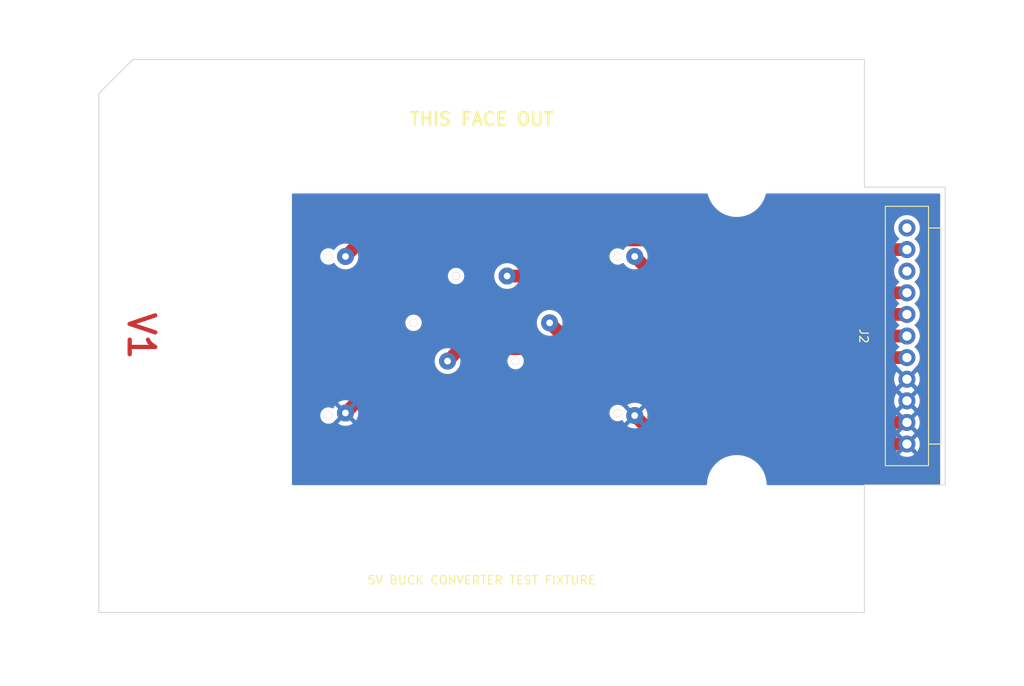
<source format=kicad_pcb>
(kicad_pcb (version 20241229) (generator "pcbnew") (generator_version "9.0")
  (layers (0 "F.Cu" signal) (2 "B.Cu" signal) (13 "F.Paste" user) (15 "B.Paste" user) (5 "F.SilkS" user "F.Silkscreen") (7 "B.SilkS" user "B.Silkscreen") (1 "F.Mask" user) (3 "B.Mask" user) (25 "Edge.Cuts" user))
  (net 0 "")
  (net 1 "Net-(J1-Pad2)")
  (net 2 "Net-(J1-Pad4)")
  (net 3 "Net-(J1-Pad5)")
  (net 11 "VCC")
  (net 12 "+5V")
  (net 13 "GND")
  (footprint "Buck Converter Tester:705430010" (layer "F.Cu") (at 165 95.5 -90)
    (property "Reference" "J2" (at 0 5.08 270) (layer "F.SilkS"))
    (property "Value" "Conn_01x11_Male")
    (fp_rect (start -15.245 -2.54) (end 15.245 2.54) (stroke (width 0.12)) (fill no) (layer "F.SilkS"))
    (fp_rect (start -12.7 -2.54) (end 12.7 -4.06) (stroke (width 0.12)) (fill no) (layer "F.SilkS"))
    (pad "1" thru_hole circle (at -12.7 0 270) (size 2 2) (drill 1.09) (layers "*.Cu" "*.Mask") (net 11 "VCC"))
    (pad "2" thru_hole circle (at -10.16 0 270) (size 2 2) (drill 1.09) (layers "*.Cu" "*.Mask") (net 11 "VCC"))
    (pad "3" thru_hole circle (at -7.62 0 270) (size 2 2) (drill 1.09) (layers "*.Cu" "*.Mask") (net 12 "+5V"))
    (pad "4" thru_hole circle (at -5.08 0 270) (size 2 2) (drill 1.09) (layers "*.Cu" "*.Mask") (net 12 "+5V"))
    (pad "5" thru_hole circle (at -2.54 0 270) (size 2 2) (drill 1.09) (layers "*.Cu" "*.Mask") (net 1 "Net-(J1-Pad2)"))
    (pad "6" thru_hole circle (at 0 0 270) (size 2 2) (drill 1.09) (layers "*.Cu" "*.Mask") (net 2 "Net-(J1-Pad4)"))
    (pad "7" thru_hole circle (at 2.54 0 270) (size 2 2) (drill 1.09) (layers "*.Cu" "*.Mask") (net 3 "Net-(J1-Pad5)"))
    (pad "8" thru_hole circle (at 5.08 0 270) (size 2 2) (drill 1.09) (layers "*.Cu" "*.Mask") (net 13 "GND"))
    (pad "9" thru_hole circle (at 7.62 0 270) (size 2 2) (drill 1.09) (layers "*.Cu" "*.Mask") (net 13 "GND"))
    (pad "10" thru_hole circle (at 10.16 0 270) (size 2 2) (drill 1.09) (layers "*.Cu" "*.Mask") (net 13 "GND"))
    (pad "11" thru_hole circle (at 12.7 0 270) (size 2 2) (drill 1.09) (layers "*.Cu" "*.Mask") (net 13 "GND"))
  )
  (footprint "MountingHole:MountingHole_6.5mm" (layer "F.Cu") (at 145 113)
    (property "Reference" "REF**" (hide yes))
    (property "Value" "MountingHole_6.5mm")
    (pad "" np_thru_hole circle (at 0 0) (size 6.5 6.5) (drill 6.5) (layers "*.Cu" "*.Mask"))
  )
  (footprint "MountingHole:MountingHole_3.2mm_M3" (layer "F.Cu") (at 75 68)
    (property "Reference" "REF**" (hide yes))
    (property "Value" "MountingHole_3.2mm_M3")
    (pad "" np_thru_hole circle (at 0 0) (size 3.2 3.2) (drill 3.2) (layers "*.Cu" "*.Mask"))
  )
  (footprint "MountingHole:MountingHole_3.2mm_M3" (layer "F.Cu") (at 75 123)
    (property "Reference" "REF**" (hide yes))
    (property "Value" "MountingHole_3.2mm_M3")
    (pad "" np_thru_hole circle (at 0 0) (size 3.2 3.2) (drill 3.2) (layers "*.Cu" "*.Mask"))
  )
  (footprint "MountingHole:MountingHole_6.5mm" (layer "F.Cu") (at 85 78)
    (property "Reference" "REF**" (hide yes))
    (property "Value" "MountingHole_6.5mm")
    (pad "" np_thru_hole circle (at 0 0) (size 6.5 6.5) (drill 6.5) (layers "*.Cu" "*.Mask"))
  )
  (footprint "MountingHole:MountingHole_3.2mm_M3" (layer "F.Cu") (at 155 123)
    (property "Reference" "REF**" (hide yes))
    (property "Value" "MountingHole_3.2mm_M3")
    (pad "" np_thru_hole circle (at 0 0) (size 3.2 3.2) (drill 3.2) (layers "*.Cu" "*.Mask"))
  )
  (footprint "MountingHole:MountingHole_3.2mm_M3" (layer "F.Cu") (at 155 68)
    (property "Reference" "REF**" (hide yes))
    (property "Value" "MountingHole_3.2mm_M3")
    (pad "" np_thru_hole circle (at 0 0) (size 3.2 3.2) (drill 3.2) (layers "*.Cu" "*.Mask"))
  )
  (footprint "MountingHole:MountingHole_6.5mm" (layer "F.Cu") (at 85 113)
    (property "Reference" "REF**" (hide yes))
    (property "Value" "MountingHole_6.5mm")
    (pad "" np_thru_hole circle (at 0 0) (size 6.5 6.5) (drill 6.5) (layers "*.Cu" "*.Mask"))
  )
  (footprint "Buck Converter Tester:Buck Converter - Pogo Pin Solder Pads" (layer "F.Cu") (at 133 86.15 180)
    (property "Reference" "J1" (hide yes))
    (property "Value" "Conn_01x07_Male")
    (pad "1" thru_hole circle (at 34 0 180) (size 2 2) (drill 0.79) (layers "*.Cu" "*.Mask") (net 11 "VCC"))
    (pad "2" thru_hole circle (at 15 -2.3 180) (size 2 2) (drill 0.79) (layers "*.Cu" "*.Mask") (net 1 "Net-(J1-Pad2)"))
    (pad "3" thru_hole circle (at 0 0 180) (size 2 2) (drill 0.79) (layers "*.Cu" "*.Mask") (net 12 "+5V"))
    (pad "4" thru_hole circle (at 10 -7.8 180) (size 2 2) (drill 0.79) (layers "*.Cu" "*.Mask") (net 2 "Net-(J1-Pad4)"))
    (pad "5" thru_hole circle (at 22 -12.3 180) (size 2 2) (drill 0.79) (layers "*.Cu" "*.Mask") (net 3 "Net-(J1-Pad5)"))
    (pad "6" thru_hole circle (at 0 -18.7 180) (size 2 2) (drill 0.79) (layers "*.Cu" "*.Mask") (net 13 "GND"))
    (pad "7" thru_hole circle (at 34 -18.4 180) (size 2 2) (drill 0.79) (layers "*.Cu" "*.Mask") (net 13 "GND"))
  )
  (footprint "MountingHole:MountingHole_6.5mm" (layer "F.Cu") (at 145 78)
    (property "Reference" "REF**" (hide yes))
    (property "Value" "MountingHole_6.5mm")
    (pad "" np_thru_hole circle (at 0 0) (size 6.5 6.5) (drill 6.5) (layers "*.Cu" "*.Mask"))
  )
  (footprint "Buck Converter Tester:Buck Converter - Pogo Pin Holes" (layer "B.Cu") (at 97 86.15)
    (property "Reference" "J3" (hide yes))
    (property "Value" "Conn_01x07_Male")
    (pad "1" thru_hole circle (at 0 0) (size 0.9 0.9) (drill 0.9) (layers "*.Cu" "*.Mask"))
    (pad "2" thru_hole circle (at 0 18.7) (size 0.9 0.9) (drill 0.9) (layers "*.Cu" "*.Mask"))
    (pad "3" thru_hole circle (at 10 7.8) (size 0.9 0.9) (drill 0.9) (layers "*.Cu" "*.Mask"))
    (pad "4" thru_hole circle (at 15 2.3) (size 0.9 0.9) (drill 0.9) (layers "*.Cu" "*.Mask"))
    (pad "5" thru_hole circle (at 22 12.3) (size 0.9 0.9) (drill 0.9) (layers "*.Cu" "*.Mask"))
    (pad "6" thru_hole circle (at 34 18.4) (size 0.9 0.9) (drill 0.9) (layers "*.Cu" "*.Mask"))
    (pad "7" thru_hole circle (at 34 0) (size 0.9 0.9) (drill 0.9) (layers "*.Cu" "*.Mask"))
  )
  (gr_circle (center 153 89) (end 153 89) (stroke (width 0.2)) (fill no) (layer "F.Cu"))
  (gr_line (start 160 63) (end 160 78) (stroke (width 0.1)) (layer "Edge.Cuts"))
  (gr_line (start 70 128) (end 160 128) (stroke (width 0.1)) (layer "Edge.Cuts"))
  (gr_line (start 70 67) (end 70 128) (stroke (width 0.1)) (layer "Edge.Cuts"))
  (gr_line (start 74 63) (end 70 67) (stroke (width 0.1)) (layer "Edge.Cuts"))
  (gr_line (start 169.5 78) (end 169.5 113) (stroke (width 0.1)) (layer "Edge.Cuts"))
  (gr_line (start 169.5 78) (end 160 78) (stroke (width 0.1)) (layer "Edge.Cuts"))
  (gr_line (start 160 113) (end 160 128) (stroke (width 0.1)) (layer "Edge.Cuts"))
  (gr_line (start 169.5 113) (end 160 113) (stroke (width 0.1)) (layer "Edge.Cuts"))
  (gr_line (start 160 63) (end 74 63) (stroke (width 0.1)) (layer "Edge.Cuts"))
  (gr_text "V1\n" (at 75 95.5 270) (layer "F.Cu") (effects (font (size 3 3) (thickness 0.5))))
  (gr_text "5V BUCK CONVERTER TEST FIXTURE\n\n" (at 115 125 0) (layer "F.SilkS") (effects (font (size 1 1))))
  (gr_text "THIS FACE OUT" (at 115 70 0) (layer "F.SilkS") (effects (font (size 1.5 1.5) (thickness 0.3))))
  (segment (start 129.96 92.96) (end 165 92.96) (width 1.5) (layer "F.Cu") (net 1))
  (segment (start 125.45 88.45) (end 118 88.45) (width 1.5) (layer "F.Cu") (net 1))
  (segment (start 129.96 92.96) (end 125.45 88.45) (width 1.5) (layer "F.Cu") (net 1))
  (segment (start 123 93.95) (end 124.55 95.5) (width 1.5) (layer "F.Cu") (net 2))
  (segment (start 124.55 95.5) (end 165 95.5) (width 1.5) (layer "F.Cu") (net 2))
  (segment (start 122.900479 96.980479) (end 112.469521 96.980479) (width 1.5) (layer "F.Cu") (net 3))
  (segment (start 123.96 98.04) (end 122.900479 96.980479) (width 1.5) (layer "F.Cu") (net 3))
  (segment (start 112.469521 96.980479) (end 111 98.45) (width 1.5) (layer "F.Cu") (net 3))
  (segment (start 123.96 98.04) (end 165 98.04) (width 1.5) (layer "F.Cu") (net 3))
  (segment (start 99 86.15) (end 100.949511 84.200489) (width 1.5) (layer "F.Cu") (net 11))
  (segment (start 158.200489 84.200489) (end 159.34 85.34) (width 1.5) (layer "F.Cu") (net 11))
  (segment (start 100.949511 84.200489) (end 158.200489 84.200489) (width 1.5) (layer "F.Cu") (net 11))
  (segment (start 159.34 85.34) (end 165 85.34) (width 1.5) (layer "F.Cu") (net 11))
  (segment (start 137.27 90.42) (end 165 90.42) (width 1.5) (layer "F.Cu") (net 12))
  (segment (start 133 86.15) (end 137.27 90.42) (width 1.5) (layer "F.Cu") (net 12))
  (segment (start 102.55 101) (end 99 104.55) (width 1.5) (layer "F.Cu") (net 13))
  (segment (start 141.66 105.66) (end 165 105.66) (width 1.5) (layer "F.Cu") (net 13))
  (segment (start 141.66 105.66) (end 137 101) (width 1.5) (layer "F.Cu") (net 13))
  (segment (start 133 104.85) (end 136.35 108.2) (width 1.5) (layer "F.Cu") (net 13))
  (segment (start 136.35 108.2) (end 165 108.2) (width 1.5) (layer "F.Cu") (net 13))
  (segment (start 137 101) (end 102.55 101) (width 1.5) (layer "F.Cu") (net 13))
  (zone (net 13) (net_name "GND") (layer "B.Cu") (connect_pads (clearance 0.508)) (min_thickness 0.25) (fill yes (thermal_gap 0.5) (thermal_bridge_width 0.5))
    (polygon (pts (xy 168.91 78.74) (xy 168.91 113.03) (xy 92.71 113.03) (xy 92.71 78.74)))
  )
)
</source>
